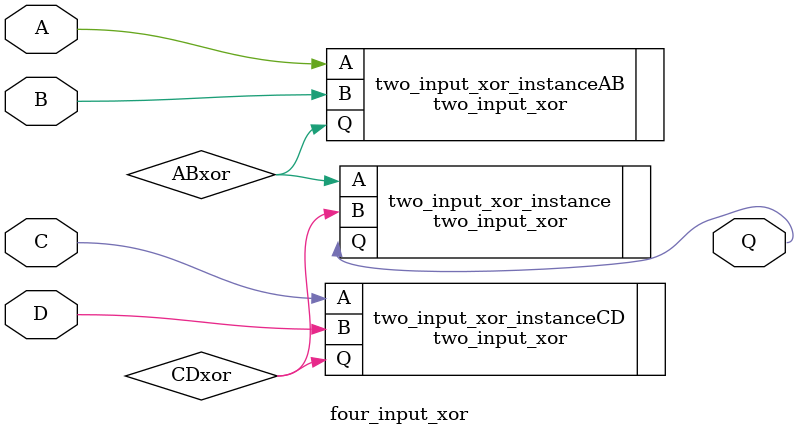
<source format=v>
module four_input_xor(
	input A, B, C, D,
	output Q
);

wire ABxor, CDxor;

two_input_xor two_input_xor_instanceAB (
    .A(A),
    .B(B),
    .Q(ABxor)
);	

two_input_xor two_input_xor_instanceCD (
    .A(C),
    .B(D),
    .Q(CDxor)
);  

two_input_xor two_input_xor_instance (
    .A(ABxor),
    .B(CDxor),
    .Q(Q)
);  

endmodule

</source>
